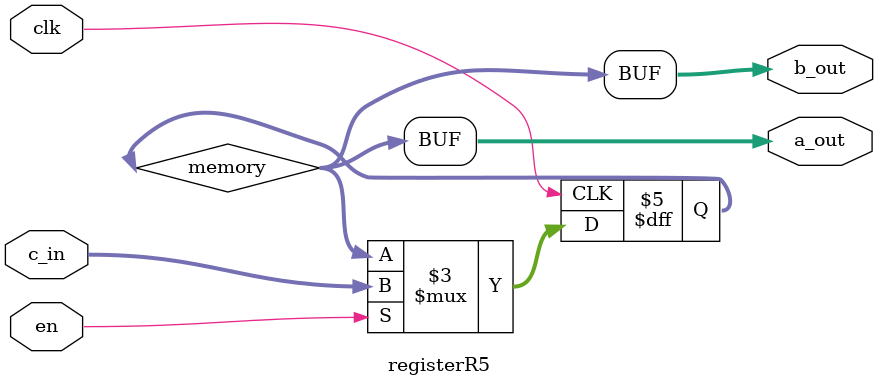
<source format=v>
module registerR5(clk,en,c_in,a_out,b_out);
	input clk, en;
	input [15:0] c_in;
	output [15:0] a_out, b_out;
	reg [15:0] memory;
	//reg [15:0] a_out, b_out;
	always@(posedge clk)
		begin
			if (en)
				//a_out <= c_in;
				//b_out <= c_in;
				memory =c_in;
		end

	assign a_out = memory;
	assign b_out = memory;
endmodule 
</source>
